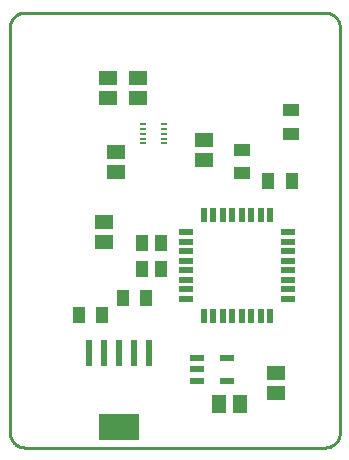
<source format=gtp>
G75*
%MOIN*%
%OFA0B0*%
%FSLAX25Y25*%
%IPPOS*%
%LPD*%
%AMOC8*
5,1,8,0,0,1.08239X$1,22.5*
%
%ADD10C,0.01000*%
%ADD11R,0.05906X0.05118*%
%ADD12R,0.05118X0.05906*%
%ADD13R,0.04724X0.02165*%
%ADD14R,0.04331X0.05512*%
%ADD15R,0.05512X0.04331*%
%ADD16R,0.03937X0.05512*%
%ADD17R,0.05000X0.02200*%
%ADD18R,0.02200X0.05000*%
%ADD19R,0.02362X0.08661*%
%ADD20R,0.13780X0.08661*%
%ADD21R,0.02362X0.00886*%
D10*
X0018376Y0007817D02*
X0018376Y0142817D01*
X0018378Y0142957D01*
X0018384Y0143097D01*
X0018394Y0143237D01*
X0018407Y0143377D01*
X0018425Y0143516D01*
X0018447Y0143655D01*
X0018472Y0143792D01*
X0018501Y0143930D01*
X0018534Y0144066D01*
X0018571Y0144201D01*
X0018612Y0144335D01*
X0018657Y0144468D01*
X0018705Y0144600D01*
X0018757Y0144730D01*
X0018812Y0144859D01*
X0018871Y0144986D01*
X0018934Y0145112D01*
X0019000Y0145236D01*
X0019069Y0145357D01*
X0019142Y0145477D01*
X0019219Y0145595D01*
X0019298Y0145710D01*
X0019381Y0145824D01*
X0019467Y0145934D01*
X0019556Y0146043D01*
X0019648Y0146149D01*
X0019743Y0146252D01*
X0019840Y0146353D01*
X0019941Y0146450D01*
X0020044Y0146545D01*
X0020150Y0146637D01*
X0020259Y0146726D01*
X0020369Y0146812D01*
X0020483Y0146895D01*
X0020598Y0146974D01*
X0020716Y0147051D01*
X0020836Y0147124D01*
X0020957Y0147193D01*
X0021081Y0147259D01*
X0021207Y0147322D01*
X0021334Y0147381D01*
X0021463Y0147436D01*
X0021593Y0147488D01*
X0021725Y0147536D01*
X0021858Y0147581D01*
X0021992Y0147622D01*
X0022127Y0147659D01*
X0022263Y0147692D01*
X0022401Y0147721D01*
X0022538Y0147746D01*
X0022677Y0147768D01*
X0022816Y0147786D01*
X0022956Y0147799D01*
X0023096Y0147809D01*
X0023236Y0147815D01*
X0023376Y0147817D01*
X0123376Y0147817D01*
X0123516Y0147815D01*
X0123656Y0147809D01*
X0123796Y0147799D01*
X0123936Y0147786D01*
X0124075Y0147768D01*
X0124214Y0147746D01*
X0124351Y0147721D01*
X0124489Y0147692D01*
X0124625Y0147659D01*
X0124760Y0147622D01*
X0124894Y0147581D01*
X0125027Y0147536D01*
X0125159Y0147488D01*
X0125289Y0147436D01*
X0125418Y0147381D01*
X0125545Y0147322D01*
X0125671Y0147259D01*
X0125795Y0147193D01*
X0125916Y0147124D01*
X0126036Y0147051D01*
X0126154Y0146974D01*
X0126269Y0146895D01*
X0126383Y0146812D01*
X0126493Y0146726D01*
X0126602Y0146637D01*
X0126708Y0146545D01*
X0126811Y0146450D01*
X0126912Y0146353D01*
X0127009Y0146252D01*
X0127104Y0146149D01*
X0127196Y0146043D01*
X0127285Y0145934D01*
X0127371Y0145824D01*
X0127454Y0145710D01*
X0127533Y0145595D01*
X0127610Y0145477D01*
X0127683Y0145357D01*
X0127752Y0145236D01*
X0127818Y0145112D01*
X0127881Y0144986D01*
X0127940Y0144859D01*
X0127995Y0144730D01*
X0128047Y0144600D01*
X0128095Y0144468D01*
X0128140Y0144335D01*
X0128181Y0144201D01*
X0128218Y0144066D01*
X0128251Y0143930D01*
X0128280Y0143792D01*
X0128305Y0143655D01*
X0128327Y0143516D01*
X0128345Y0143377D01*
X0128358Y0143237D01*
X0128368Y0143097D01*
X0128374Y0142957D01*
X0128376Y0142817D01*
X0128376Y0007817D01*
X0128374Y0007677D01*
X0128368Y0007537D01*
X0128358Y0007397D01*
X0128345Y0007257D01*
X0128327Y0007118D01*
X0128305Y0006979D01*
X0128280Y0006842D01*
X0128251Y0006704D01*
X0128218Y0006568D01*
X0128181Y0006433D01*
X0128140Y0006299D01*
X0128095Y0006166D01*
X0128047Y0006034D01*
X0127995Y0005904D01*
X0127940Y0005775D01*
X0127881Y0005648D01*
X0127818Y0005522D01*
X0127752Y0005398D01*
X0127683Y0005277D01*
X0127610Y0005157D01*
X0127533Y0005039D01*
X0127454Y0004924D01*
X0127371Y0004810D01*
X0127285Y0004700D01*
X0127196Y0004591D01*
X0127104Y0004485D01*
X0127009Y0004382D01*
X0126912Y0004281D01*
X0126811Y0004184D01*
X0126708Y0004089D01*
X0126602Y0003997D01*
X0126493Y0003908D01*
X0126383Y0003822D01*
X0126269Y0003739D01*
X0126154Y0003660D01*
X0126036Y0003583D01*
X0125916Y0003510D01*
X0125795Y0003441D01*
X0125671Y0003375D01*
X0125545Y0003312D01*
X0125418Y0003253D01*
X0125289Y0003198D01*
X0125159Y0003146D01*
X0125027Y0003098D01*
X0124894Y0003053D01*
X0124760Y0003012D01*
X0124625Y0002975D01*
X0124489Y0002942D01*
X0124351Y0002913D01*
X0124214Y0002888D01*
X0124075Y0002866D01*
X0123936Y0002848D01*
X0123796Y0002835D01*
X0123656Y0002825D01*
X0123516Y0002819D01*
X0123376Y0002817D01*
X0023376Y0002817D01*
X0023236Y0002819D01*
X0023096Y0002825D01*
X0022956Y0002835D01*
X0022816Y0002848D01*
X0022677Y0002866D01*
X0022538Y0002888D01*
X0022401Y0002913D01*
X0022263Y0002942D01*
X0022127Y0002975D01*
X0021992Y0003012D01*
X0021858Y0003053D01*
X0021725Y0003098D01*
X0021593Y0003146D01*
X0021463Y0003198D01*
X0021334Y0003253D01*
X0021207Y0003312D01*
X0021081Y0003375D01*
X0020957Y0003441D01*
X0020836Y0003510D01*
X0020716Y0003583D01*
X0020598Y0003660D01*
X0020483Y0003739D01*
X0020369Y0003822D01*
X0020259Y0003908D01*
X0020150Y0003997D01*
X0020044Y0004089D01*
X0019941Y0004184D01*
X0019840Y0004281D01*
X0019743Y0004382D01*
X0019648Y0004485D01*
X0019556Y0004591D01*
X0019467Y0004700D01*
X0019381Y0004810D01*
X0019298Y0004924D01*
X0019219Y0005039D01*
X0019142Y0005157D01*
X0019069Y0005277D01*
X0019000Y0005398D01*
X0018934Y0005522D01*
X0018871Y0005648D01*
X0018812Y0005775D01*
X0018757Y0005904D01*
X0018705Y0006034D01*
X0018657Y0006166D01*
X0018612Y0006299D01*
X0018571Y0006433D01*
X0018534Y0006568D01*
X0018501Y0006704D01*
X0018472Y0006842D01*
X0018447Y0006979D01*
X0018425Y0007118D01*
X0018407Y0007257D01*
X0018394Y0007397D01*
X0018384Y0007537D01*
X0018378Y0007677D01*
X0018376Y0007817D01*
D11*
X0049734Y0071172D03*
X0049734Y0077865D03*
X0053875Y0094567D03*
X0053875Y0101260D03*
X0051089Y0119291D03*
X0051089Y0125984D03*
X0061180Y0125976D03*
X0061180Y0119283D03*
X0083243Y0105228D03*
X0083243Y0098535D03*
X0107156Y0027739D03*
X0107156Y0021046D03*
D12*
X0094951Y0017266D03*
X0088258Y0017266D03*
D13*
X0090896Y0025140D03*
X0090896Y0032620D03*
X0080659Y0032620D03*
X0080659Y0028880D03*
X0080659Y0025140D03*
D14*
X0063809Y0052778D03*
X0055935Y0052778D03*
X0049242Y0046872D03*
X0041368Y0046872D03*
X0104502Y0091588D03*
X0112376Y0091588D03*
D15*
X0112077Y0107463D03*
X0112077Y0115337D03*
X0095782Y0102105D03*
X0095782Y0094231D03*
D16*
X0068691Y0070967D03*
X0062392Y0070967D03*
X0062392Y0062306D03*
X0068691Y0062306D03*
D17*
X0077224Y0061912D03*
X0077224Y0065061D03*
X0077224Y0068211D03*
X0077224Y0071361D03*
X0077224Y0074510D03*
X0077224Y0058762D03*
X0077224Y0055613D03*
X0077224Y0052463D03*
X0111024Y0052463D03*
X0111024Y0055613D03*
X0111024Y0058762D03*
X0111024Y0061912D03*
X0111024Y0065061D03*
X0111024Y0068211D03*
X0111024Y0071361D03*
X0111024Y0074510D03*
D18*
X0105148Y0080387D03*
X0101998Y0080387D03*
X0098848Y0080387D03*
X0095699Y0080387D03*
X0092549Y0080387D03*
X0089400Y0080387D03*
X0086250Y0080387D03*
X0083100Y0080387D03*
X0083100Y0046587D03*
X0086250Y0046587D03*
X0089400Y0046587D03*
X0092549Y0046587D03*
X0095699Y0046587D03*
X0098848Y0046587D03*
X0101998Y0046587D03*
X0105148Y0046587D03*
D19*
X0064833Y0034195D03*
X0059833Y0034195D03*
X0054833Y0034195D03*
X0049833Y0034195D03*
X0044833Y0034195D03*
D20*
X0054833Y0009786D03*
D21*
X0062726Y0104212D03*
X0062726Y0105787D03*
X0062726Y0107362D03*
X0062726Y0108937D03*
X0062726Y0110511D03*
X0069813Y0110511D03*
X0069813Y0108937D03*
X0069813Y0107362D03*
X0069813Y0105787D03*
X0069813Y0104212D03*
M02*

</source>
